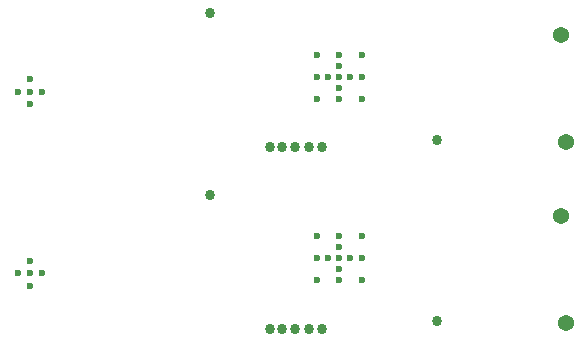
<source format=gbs>
G04*
G04 #@! TF.GenerationSoftware,Altium Limited,Altium Designer,19.1.9 (167)*
G04*
G04 Layer_Color=16711935*
%FSLAX24Y24*%
%MOIN*%
G70*
G01*
G75*
%ADD51C,0.0236*%
%ADD92C,0.0339*%
%ADD93C,0.0539*%
D51*
X16247Y8205D02*
D03*
X15834D02*
D03*
X16661D02*
D03*
X16247Y7792D02*
D03*
Y8619D02*
D03*
X27300Y9451D02*
D03*
Y8713D02*
D03*
Y7975D02*
D03*
X26931Y8713D02*
D03*
X26562Y9451D02*
D03*
Y9082D02*
D03*
Y8713D02*
D03*
Y8344D02*
D03*
Y7975D02*
D03*
X26193Y8713D02*
D03*
X25824Y9451D02*
D03*
Y8713D02*
D03*
Y7975D02*
D03*
X16247Y2155D02*
D03*
X15834D02*
D03*
X16661D02*
D03*
X16247Y1742D02*
D03*
Y2569D02*
D03*
X27300Y3401D02*
D03*
Y2663D02*
D03*
Y1925D02*
D03*
X26931Y2663D02*
D03*
X26562Y3401D02*
D03*
Y3032D02*
D03*
Y2663D02*
D03*
Y2294D02*
D03*
Y1925D02*
D03*
X26193Y2663D02*
D03*
X25824Y3401D02*
D03*
Y2663D02*
D03*
Y1925D02*
D03*
D92*
X25080Y6360D02*
D03*
X25970D02*
D03*
X24260D02*
D03*
X24650D02*
D03*
X29820Y6610D02*
D03*
X25565Y6360D02*
D03*
X22265Y10825D02*
D03*
X25080Y310D02*
D03*
X25970D02*
D03*
X24260D02*
D03*
X24650D02*
D03*
X29820Y560D02*
D03*
X25565Y310D02*
D03*
X22265Y4775D02*
D03*
D93*
X34110Y6540D02*
D03*
X33950Y10110D02*
D03*
X34110Y490D02*
D03*
X33950Y4060D02*
D03*
M02*

</source>
